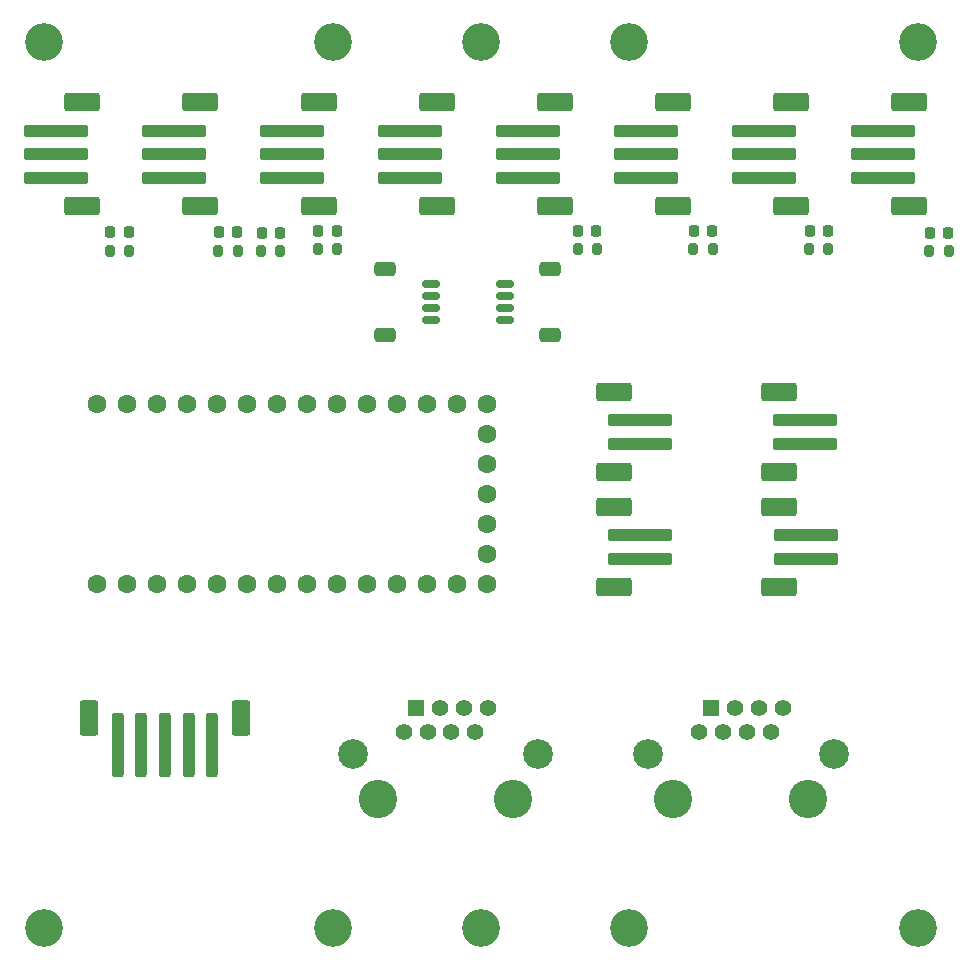
<source format=gbr>
%TF.GenerationSoftware,KiCad,Pcbnew,7.0.7-7.0.7~ubuntu20.04.1*%
%TF.CreationDate,2023-09-06T17:53:36-07:00*%
%TF.ProjectId,teensy-control-panel,7465656e-7379-42d6-936f-6e74726f6c2d,rev?*%
%TF.SameCoordinates,Original*%
%TF.FileFunction,Soldermask,Top*%
%TF.FilePolarity,Negative*%
%FSLAX46Y46*%
G04 Gerber Fmt 4.6, Leading zero omitted, Abs format (unit mm)*
G04 Created by KiCad (PCBNEW 7.0.7-7.0.7~ubuntu20.04.1) date 2023-09-06 17:53:36*
%MOMM*%
%LPD*%
G01*
G04 APERTURE LIST*
G04 Aperture macros list*
%AMRoundRect*
0 Rectangle with rounded corners*
0 $1 Rounding radius*
0 $2 $3 $4 $5 $6 $7 $8 $9 X,Y pos of 4 corners*
0 Add a 4 corners polygon primitive as box body*
4,1,4,$2,$3,$4,$5,$6,$7,$8,$9,$2,$3,0*
0 Add four circle primitives for the rounded corners*
1,1,$1+$1,$2,$3*
1,1,$1+$1,$4,$5*
1,1,$1+$1,$6,$7*
1,1,$1+$1,$8,$9*
0 Add four rect primitives between the rounded corners*
20,1,$1+$1,$2,$3,$4,$5,0*
20,1,$1+$1,$4,$5,$6,$7,0*
20,1,$1+$1,$6,$7,$8,$9,0*
20,1,$1+$1,$8,$9,$2,$3,0*%
G04 Aperture macros list end*
%ADD10RoundRect,0.250000X-0.550000X-1.250000X0.550000X-1.250000X0.550000X1.250000X-0.550000X1.250000X0*%
%ADD11RoundRect,0.250000X-0.250000X-2.500000X0.250000X-2.500000X0.250000X2.500000X-0.250000X2.500000X0*%
%ADD12RoundRect,0.250000X1.250000X-0.550000X1.250000X0.550000X-1.250000X0.550000X-1.250000X-0.550000X0*%
%ADD13RoundRect,0.250000X2.500000X-0.250000X2.500000X0.250000X-2.500000X0.250000X-2.500000X-0.250000X0*%
%ADD14RoundRect,0.250000X-1.250000X0.550000X-1.250000X-0.550000X1.250000X-0.550000X1.250000X0.550000X0*%
%ADD15RoundRect,0.250000X-2.500000X0.250000X-2.500000X-0.250000X2.500000X-0.250000X2.500000X0.250000X0*%
%ADD16C,1.600000*%
%ADD17RoundRect,0.200000X0.200000X0.275000X-0.200000X0.275000X-0.200000X-0.275000X0.200000X-0.275000X0*%
%ADD18RoundRect,0.225000X0.225000X0.250000X-0.225000X0.250000X-0.225000X-0.250000X0.225000X-0.250000X0*%
%ADD19RoundRect,0.250000X-0.650000X0.350000X-0.650000X-0.350000X0.650000X-0.350000X0.650000X0.350000X0*%
%ADD20RoundRect,0.150000X-0.625000X0.150000X-0.625000X-0.150000X0.625000X-0.150000X0.625000X0.150000X0*%
%ADD21RoundRect,0.150000X0.625000X-0.150000X0.625000X0.150000X-0.625000X0.150000X-0.625000X-0.150000X0*%
%ADD22RoundRect,0.250000X0.650000X-0.350000X0.650000X0.350000X-0.650000X0.350000X-0.650000X-0.350000X0*%
%ADD23C,2.520000*%
%ADD24R,1.398000X1.398000*%
%ADD25C,1.398000*%
%ADD26C,3.250000*%
%ADD27C,3.200000*%
G04 APERTURE END LIST*
D10*
%TO.C,SW101*%
X56850000Y-111750000D03*
X69650000Y-111750000D03*
D11*
X67250000Y-114000000D03*
X65250000Y-114000000D03*
X63250000Y-114000000D03*
X61250000Y-114000000D03*
X59250000Y-114000000D03*
%TD*%
D12*
%TO.C,SW105*%
X101250000Y-90900000D03*
X101250000Y-84100000D03*
D13*
X103500000Y-86500000D03*
X103500000Y-88500000D03*
%TD*%
D12*
%TO.C,SW104*%
X115250000Y-100650000D03*
X115250000Y-93850000D03*
D13*
X117500000Y-96250000D03*
X117500000Y-98250000D03*
%TD*%
D12*
%TO.C,SW103*%
X101250000Y-100650000D03*
X101250000Y-93850000D03*
D13*
X103500000Y-96250000D03*
X103500000Y-98250000D03*
%TD*%
D12*
%TO.C,SW102*%
X115225000Y-90900000D03*
X115225000Y-84100000D03*
D13*
X117475000Y-86500000D03*
X117475000Y-88500000D03*
%TD*%
D14*
%TO.C,RV901*%
X86250000Y-68400000D03*
X86250000Y-59600000D03*
D15*
X84000000Y-66000000D03*
X84000000Y-64000000D03*
X84000000Y-62000000D03*
%TD*%
D14*
%TO.C,RV801*%
X76250000Y-68400000D03*
X76250000Y-59600000D03*
D15*
X74000000Y-66000000D03*
X74000000Y-64000000D03*
X74000000Y-62000000D03*
%TD*%
D14*
%TO.C,RV701*%
X96250000Y-68400000D03*
X96250000Y-59600000D03*
D15*
X94000000Y-66000000D03*
X94000000Y-64000000D03*
X94000000Y-62000000D03*
%TD*%
D14*
%TO.C,RV601*%
X106250000Y-68400000D03*
X106250000Y-59600000D03*
D15*
X104000000Y-66000000D03*
X104000000Y-64000000D03*
X104000000Y-62000000D03*
%TD*%
D14*
%TO.C,RV501*%
X56250000Y-68400000D03*
X56250000Y-59600000D03*
D15*
X54000000Y-66000000D03*
X54000000Y-64000000D03*
X54000000Y-62000000D03*
%TD*%
D14*
%TO.C,RV401*%
X66250000Y-68400000D03*
X66250000Y-59600000D03*
D15*
X64000000Y-66000000D03*
X64000000Y-64000000D03*
X64000000Y-62000000D03*
%TD*%
D14*
%TO.C,RV301*%
X116250000Y-68400000D03*
X116250000Y-59600000D03*
D15*
X114000000Y-66000000D03*
X114000000Y-64000000D03*
X114000000Y-62000000D03*
%TD*%
D14*
%TO.C,RV201*%
X126250000Y-68400000D03*
X126250000Y-59600000D03*
D15*
X124000000Y-66000000D03*
X124000000Y-64000000D03*
X124000000Y-62000000D03*
%TD*%
D16*
%TO.C,U101*%
X57490000Y-85160000D03*
X60030000Y-85160000D03*
X62570000Y-85160000D03*
X65110000Y-85160000D03*
X67650000Y-85160000D03*
X70190000Y-85160000D03*
X72730000Y-85160000D03*
X75270000Y-85160000D03*
X77810000Y-85160000D03*
X80350000Y-85160000D03*
X82890000Y-85160000D03*
X85430000Y-85160000D03*
X87970000Y-85160000D03*
X90510000Y-85160000D03*
X90510000Y-87700000D03*
X90510000Y-90240000D03*
X90510000Y-92780000D03*
X90510000Y-95320000D03*
X90510000Y-97860000D03*
X90510000Y-100400000D03*
X87970000Y-100400000D03*
X85430000Y-100400000D03*
X82890000Y-100400000D03*
X80350000Y-100400000D03*
X77810000Y-100400000D03*
X75270000Y-100400000D03*
X72730000Y-100400000D03*
X70190000Y-100400000D03*
X67650000Y-100400000D03*
X65110000Y-100400000D03*
X62570000Y-100400000D03*
X60030000Y-100400000D03*
X57490000Y-100400000D03*
%TD*%
D17*
%TO.C,R201*%
X127975000Y-72200000D03*
X129625000Y-72200000D03*
%TD*%
%TO.C,R601*%
X107975000Y-72000000D03*
X109625000Y-72000000D03*
%TD*%
%TO.C,R901*%
X76175000Y-72000000D03*
X77825000Y-72000000D03*
%TD*%
%TO.C,R301*%
X117775000Y-72000000D03*
X119425000Y-72000000D03*
%TD*%
%TO.C,R701*%
X98175000Y-72000000D03*
X99825000Y-72000000D03*
%TD*%
%TO.C,R501*%
X58575000Y-72150000D03*
X60225000Y-72150000D03*
%TD*%
%TO.C,R801*%
X71375000Y-72200000D03*
X73025000Y-72200000D03*
%TD*%
%TO.C,R401*%
X67775000Y-72150000D03*
X69425000Y-72150000D03*
%TD*%
D18*
%TO.C,C901*%
X76225000Y-70450000D03*
X77775000Y-70450000D03*
%TD*%
%TO.C,C201*%
X128025000Y-70650000D03*
X129575000Y-70650000D03*
%TD*%
%TO.C,C401*%
X67825000Y-70600000D03*
X69375000Y-70600000D03*
%TD*%
%TO.C,C301*%
X117825000Y-70450000D03*
X119375000Y-70450000D03*
%TD*%
%TO.C,C801*%
X71425000Y-70650000D03*
X72975000Y-70650000D03*
%TD*%
%TO.C,C601*%
X108025000Y-70450000D03*
X109575000Y-70450000D03*
%TD*%
%TO.C,C501*%
X58625000Y-70600000D03*
X60175000Y-70600000D03*
%TD*%
%TO.C,C701*%
X98225000Y-70450000D03*
X99775000Y-70450000D03*
%TD*%
D19*
%TO.C,J101*%
X81875000Y-73700000D03*
X81875000Y-79300000D03*
D20*
X85750000Y-78000000D03*
X85750000Y-77000000D03*
X85750000Y-76000000D03*
X85750000Y-75000000D03*
%TD*%
D21*
%TO.C,J102*%
X92000000Y-78000000D03*
X92000000Y-77000000D03*
X92000000Y-76000000D03*
X92000000Y-75000000D03*
D22*
X95875000Y-73700000D03*
X95875000Y-79300000D03*
%TD*%
D23*
%TO.C,CO101*%
X119850000Y-114725340D03*
X104150000Y-114725340D03*
D24*
X109465000Y-110835340D03*
D25*
X108445000Y-112865340D03*
X110475000Y-112865340D03*
X113525000Y-110835340D03*
X115555000Y-110835340D03*
X114535000Y-112865340D03*
X111495000Y-110835340D03*
X112505000Y-112865340D03*
D26*
X117715000Y-118585340D03*
X106285000Y-118585340D03*
%TD*%
D23*
%TO.C,CO102*%
X94850000Y-114725340D03*
X79150000Y-114725340D03*
D24*
X84465000Y-110835340D03*
D25*
X83445000Y-112865340D03*
X85475000Y-112865340D03*
X88525000Y-110835340D03*
X90555000Y-110835340D03*
X89535000Y-112865340D03*
X86495000Y-110835340D03*
X87505000Y-112865340D03*
D26*
X92715000Y-118585340D03*
X81285000Y-118585340D03*
%TD*%
D27*
%TO.C,H106*%
X127000000Y-54500000D03*
%TD*%
%TO.C,H110*%
X102500000Y-54500000D03*
%TD*%
%TO.C,H109*%
X90000000Y-54500000D03*
%TD*%
%TO.C,H108*%
X77500000Y-54500000D03*
%TD*%
%TO.C,H107*%
X53000000Y-54500000D03*
%TD*%
%TO.C,H105*%
X102500000Y-129500000D03*
%TD*%
%TO.C,H104*%
X127000000Y-129500000D03*
%TD*%
%TO.C,H103*%
X90000000Y-129500000D03*
%TD*%
%TO.C,H102*%
X53000000Y-129500000D03*
%TD*%
%TO.C,H101*%
X77500000Y-129500000D03*
%TD*%
M02*

</source>
